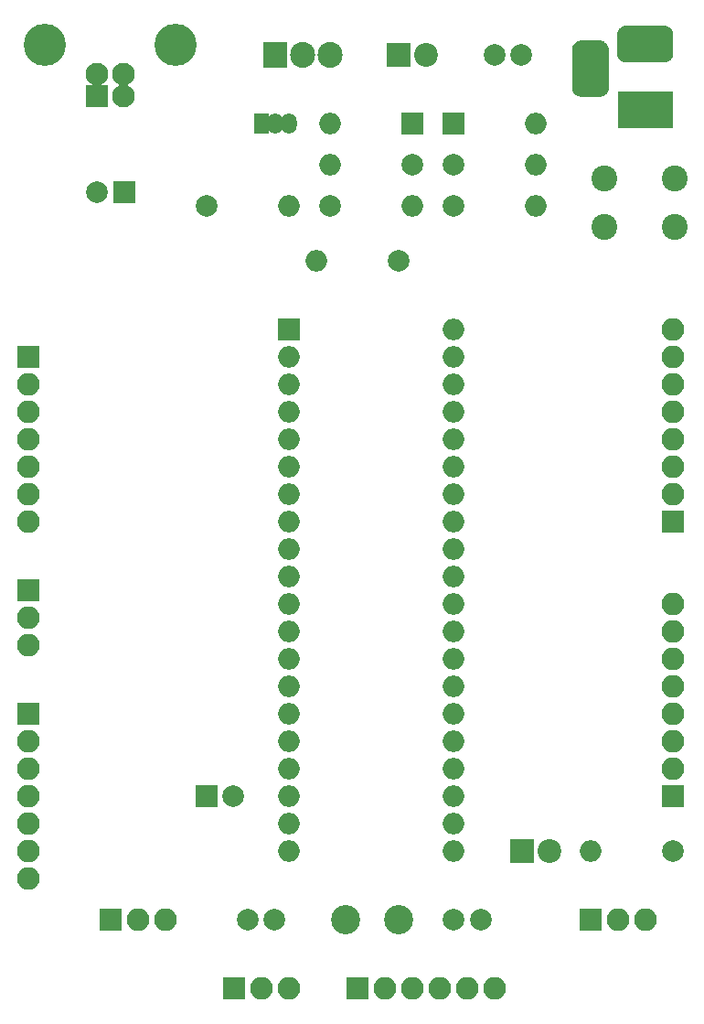
<source format=gbr>
G04 #@! TF.GenerationSoftware,KiCad,Pcbnew,(5.0.0)*
G04 #@! TF.CreationDate,2018-12-24T20:39:56-05:00*
G04 #@! TF.ProjectId,Placa_PIC18F4550,506C6163615F50494331384634353530,rev?*
G04 #@! TF.SameCoordinates,Original*
G04 #@! TF.FileFunction,Soldermask,Bot*
G04 #@! TF.FilePolarity,Negative*
%FSLAX46Y46*%
G04 Gerber Fmt 4.6, Leading zero omitted, Abs format (unit mm)*
G04 Created by KiCad (PCBNEW (5.0.0)) date 12/24/18 20:39:56*
%MOMM*%
%LPD*%
G01*
G04 APERTURE LIST*
%ADD10R,2.000000X2.000000*%
%ADD11C,2.000000*%
%ADD12R,2.200000X2.200000*%
%ADD13C,2.200000*%
%ADD14O,2.000000X2.000000*%
%ADD15R,2.100000X2.100000*%
%ADD16O,2.100000X2.100000*%
%ADD17C,0.150000*%
%ADD18C,3.400000*%
%ADD19R,5.200000X3.400000*%
%ADD20C,2.100000*%
%ADD21C,3.900000*%
%ADD22O,1.450000X1.900000*%
%ADD23R,1.450000X1.900000*%
%ADD24C,2.400000*%
%ADD25R,2.305000X2.400000*%
%ADD26O,2.305000X2.400000*%
%ADD27C,2.700000*%
G04 APERTURE END LIST*
D10*
G04 #@! TO.C,C1*
X74930000Y-135890000D03*
D11*
X77430000Y-135890000D03*
G04 #@! TD*
G04 #@! TO.C,C2*
X81240000Y-147320000D03*
X78740000Y-147320000D03*
G04 #@! TD*
G04 #@! TO.C,C3*
X100330000Y-147320000D03*
X97830000Y-147320000D03*
G04 #@! TD*
G04 #@! TO.C,C4*
X101600000Y-67310000D03*
X104100000Y-67310000D03*
G04 #@! TD*
D12*
G04 #@! TO.C,D1*
X104140000Y-140970000D03*
D13*
X106680000Y-140970000D03*
G04 #@! TD*
D10*
G04 #@! TO.C,D2*
X93980000Y-73660000D03*
D14*
X86360000Y-73660000D03*
G04 #@! TD*
G04 #@! TO.C,D3*
X105410000Y-73660000D03*
D10*
X97790000Y-73660000D03*
G04 #@! TD*
D13*
G04 #@! TO.C,D4*
X95250000Y-67310000D03*
D12*
X92710000Y-67310000D03*
G04 #@! TD*
D15*
G04 #@! TO.C,J1*
X118110000Y-135890000D03*
D16*
X118110000Y-133350000D03*
X118110000Y-130810000D03*
X118110000Y-128270000D03*
X118110000Y-125730000D03*
X118110000Y-123190000D03*
X118110000Y-120650000D03*
X118110000Y-118110000D03*
G04 #@! TD*
G04 #@! TO.C,J2*
X58420000Y-110490000D03*
X58420000Y-107950000D03*
X58420000Y-105410000D03*
X58420000Y-102870000D03*
X58420000Y-100330000D03*
X58420000Y-97790000D03*
D15*
X58420000Y-95250000D03*
G04 #@! TD*
G04 #@! TO.C,J3*
X58420000Y-116840000D03*
D16*
X58420000Y-119380000D03*
X58420000Y-121920000D03*
G04 #@! TD*
G04 #@! TO.C,J4*
X118110000Y-92710000D03*
X118110000Y-95250000D03*
X118110000Y-97790000D03*
X118110000Y-100330000D03*
X118110000Y-102870000D03*
X118110000Y-105410000D03*
X118110000Y-107950000D03*
D15*
X118110000Y-110490000D03*
G04 #@! TD*
G04 #@! TO.C,J5*
X58420000Y-128270000D03*
D16*
X58420000Y-130810000D03*
X58420000Y-133350000D03*
X58420000Y-135890000D03*
X58420000Y-138430000D03*
X58420000Y-140970000D03*
X58420000Y-143510000D03*
G04 #@! TD*
D15*
G04 #@! TO.C,J6*
X66040000Y-147320000D03*
D16*
X68580000Y-147320000D03*
X71120000Y-147320000D03*
G04 #@! TD*
G04 #@! TO.C,J7*
X115570000Y-147320000D03*
X113030000Y-147320000D03*
D15*
X110490000Y-147320000D03*
G04 #@! TD*
G04 #@! TO.C,J8*
X77470000Y-153670000D03*
D16*
X80010000Y-153670000D03*
X82550000Y-153670000D03*
G04 #@! TD*
D17*
G04 #@! TO.C,J9*
G36*
X117403315Y-64594093D02*
X117485827Y-64606333D01*
X117566742Y-64626601D01*
X117645281Y-64654702D01*
X117720687Y-64690367D01*
X117792235Y-64733251D01*
X117859234Y-64782941D01*
X117921041Y-64838959D01*
X117977059Y-64900766D01*
X118026749Y-64967765D01*
X118069633Y-65039313D01*
X118105298Y-65114719D01*
X118133399Y-65193258D01*
X118153667Y-65274173D01*
X118165907Y-65356685D01*
X118170000Y-65440000D01*
X118170000Y-67140000D01*
X118165907Y-67223315D01*
X118153667Y-67305827D01*
X118133399Y-67386742D01*
X118105298Y-67465281D01*
X118069633Y-67540687D01*
X118026749Y-67612235D01*
X117977059Y-67679234D01*
X117921041Y-67741041D01*
X117859234Y-67797059D01*
X117792235Y-67846749D01*
X117720687Y-67889633D01*
X117645281Y-67925298D01*
X117566742Y-67953399D01*
X117485827Y-67973667D01*
X117403315Y-67985907D01*
X117320000Y-67990000D01*
X113820000Y-67990000D01*
X113736685Y-67985907D01*
X113654173Y-67973667D01*
X113573258Y-67953399D01*
X113494719Y-67925298D01*
X113419313Y-67889633D01*
X113347765Y-67846749D01*
X113280766Y-67797059D01*
X113218959Y-67741041D01*
X113162941Y-67679234D01*
X113113251Y-67612235D01*
X113070367Y-67540687D01*
X113034702Y-67465281D01*
X113006601Y-67386742D01*
X112986333Y-67305827D01*
X112974093Y-67223315D01*
X112970000Y-67140000D01*
X112970000Y-65440000D01*
X112974093Y-65356685D01*
X112986333Y-65274173D01*
X113006601Y-65193258D01*
X113034702Y-65114719D01*
X113070367Y-65039313D01*
X113113251Y-64967765D01*
X113162941Y-64900766D01*
X113218959Y-64838959D01*
X113280766Y-64782941D01*
X113347765Y-64733251D01*
X113419313Y-64690367D01*
X113494719Y-64654702D01*
X113573258Y-64626601D01*
X113654173Y-64606333D01*
X113736685Y-64594093D01*
X113820000Y-64590000D01*
X117320000Y-64590000D01*
X117403315Y-64594093D01*
X117403315Y-64594093D01*
G37*
D18*
X115570000Y-66290000D03*
D19*
X115570000Y-72390000D03*
D17*
G36*
X111423315Y-65984093D02*
X111505827Y-65996333D01*
X111586742Y-66016601D01*
X111665281Y-66044702D01*
X111740687Y-66080367D01*
X111812235Y-66123251D01*
X111879234Y-66172941D01*
X111941041Y-66228959D01*
X111997059Y-66290766D01*
X112046749Y-66357765D01*
X112089633Y-66429313D01*
X112125298Y-66504719D01*
X112153399Y-66583258D01*
X112173667Y-66664173D01*
X112185907Y-66746685D01*
X112190000Y-66830000D01*
X112190000Y-70330000D01*
X112185907Y-70413315D01*
X112173667Y-70495827D01*
X112153399Y-70576742D01*
X112125298Y-70655281D01*
X112089633Y-70730687D01*
X112046749Y-70802235D01*
X111997059Y-70869234D01*
X111941041Y-70931041D01*
X111879234Y-70987059D01*
X111812235Y-71036749D01*
X111740687Y-71079633D01*
X111665281Y-71115298D01*
X111586742Y-71143399D01*
X111505827Y-71163667D01*
X111423315Y-71175907D01*
X111340000Y-71180000D01*
X109640000Y-71180000D01*
X109556685Y-71175907D01*
X109474173Y-71163667D01*
X109393258Y-71143399D01*
X109314719Y-71115298D01*
X109239313Y-71079633D01*
X109167765Y-71036749D01*
X109100766Y-70987059D01*
X109038959Y-70931041D01*
X108982941Y-70869234D01*
X108933251Y-70802235D01*
X108890367Y-70730687D01*
X108854702Y-70655281D01*
X108826601Y-70576742D01*
X108806333Y-70495827D01*
X108794093Y-70413315D01*
X108790000Y-70330000D01*
X108790000Y-66830000D01*
X108794093Y-66746685D01*
X108806333Y-66664173D01*
X108826601Y-66583258D01*
X108854702Y-66504719D01*
X108890367Y-66429313D01*
X108933251Y-66357765D01*
X108982941Y-66290766D01*
X109038959Y-66228959D01*
X109100766Y-66172941D01*
X109167765Y-66123251D01*
X109239313Y-66080367D01*
X109314719Y-66044702D01*
X109393258Y-66016601D01*
X109474173Y-65996333D01*
X109556685Y-65984093D01*
X109640000Y-65980000D01*
X111340000Y-65980000D01*
X111423315Y-65984093D01*
X111423315Y-65984093D01*
G37*
D18*
X110490000Y-68580000D03*
G04 #@! TD*
D15*
G04 #@! TO.C,J10*
X64770000Y-71120000D03*
D20*
X67270000Y-71120000D03*
X67270000Y-69120000D03*
X64770000Y-69120000D03*
D21*
X60000000Y-66410000D03*
X72040000Y-66410000D03*
G04 #@! TD*
D22*
G04 #@! TO.C,Q1*
X81280000Y-73660000D03*
X82550000Y-73660000D03*
D23*
X80010000Y-73660000D03*
G04 #@! TD*
D14*
G04 #@! TO.C,R1*
X85090000Y-86360000D03*
D11*
X92710000Y-86360000D03*
G04 #@! TD*
G04 #@! TO.C,R2*
X118110000Y-140970000D03*
D14*
X110490000Y-140970000D03*
G04 #@! TD*
G04 #@! TO.C,R3*
X105410000Y-81280000D03*
D11*
X97790000Y-81280000D03*
G04 #@! TD*
G04 #@! TO.C,R4*
X74930000Y-81280000D03*
D14*
X82550000Y-81280000D03*
G04 #@! TD*
D11*
G04 #@! TO.C,R5*
X86360000Y-81280000D03*
D14*
X93980000Y-81280000D03*
G04 #@! TD*
G04 #@! TO.C,R6*
X86360000Y-77470000D03*
D11*
X93980000Y-77470000D03*
G04 #@! TD*
G04 #@! TO.C,R7*
X97790000Y-77470000D03*
D14*
X105410000Y-77470000D03*
G04 #@! TD*
D24*
G04 #@! TO.C,SW1*
X111760000Y-83240000D03*
X111760000Y-78740000D03*
X118260000Y-83240000D03*
X118260000Y-78740000D03*
G04 #@! TD*
D10*
G04 #@! TO.C,U1*
X82550000Y-92710000D03*
D14*
X97790000Y-140970000D03*
X82550000Y-95250000D03*
X97790000Y-138430000D03*
X82550000Y-97790000D03*
X97790000Y-135890000D03*
X82550000Y-100330000D03*
X97790000Y-133350000D03*
X82550000Y-102870000D03*
X97790000Y-130810000D03*
X82550000Y-105410000D03*
X97790000Y-128270000D03*
X82550000Y-107950000D03*
X97790000Y-125730000D03*
X82550000Y-110490000D03*
X97790000Y-123190000D03*
X82550000Y-113030000D03*
X97790000Y-120650000D03*
X82550000Y-115570000D03*
X97790000Y-118110000D03*
X82550000Y-118110000D03*
X97790000Y-115570000D03*
X82550000Y-120650000D03*
X97790000Y-113030000D03*
X82550000Y-123190000D03*
X97790000Y-110490000D03*
X82550000Y-125730000D03*
X97790000Y-107950000D03*
X82550000Y-128270000D03*
X97790000Y-105410000D03*
X82550000Y-130810000D03*
X97790000Y-102870000D03*
X82550000Y-133350000D03*
X97790000Y-100330000D03*
X82550000Y-135890000D03*
X97790000Y-97790000D03*
X82550000Y-138430000D03*
X97790000Y-95250000D03*
X82550000Y-140970000D03*
X97790000Y-92710000D03*
G04 #@! TD*
D25*
G04 #@! TO.C,U2*
X81280000Y-67310000D03*
D26*
X83820000Y-67310000D03*
X86360000Y-67310000D03*
G04 #@! TD*
D27*
G04 #@! TO.C,Y1*
X87810000Y-147320000D03*
X92710000Y-147320000D03*
G04 #@! TD*
D10*
G04 #@! TO.C,C5*
X67310000Y-80010000D03*
D11*
X64810000Y-80010000D03*
G04 #@! TD*
D15*
G04 #@! TO.C,J11*
X88900000Y-153670000D03*
D16*
X91440000Y-153670000D03*
X93980000Y-153670000D03*
X96520000Y-153670000D03*
X99060000Y-153670000D03*
X101600000Y-153670000D03*
G04 #@! TD*
M02*

</source>
